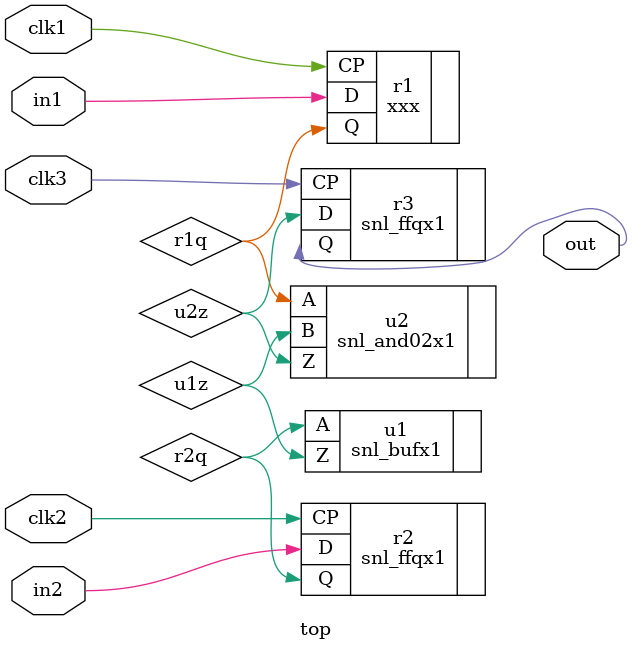
<source format=v>

module top (in1, in2, clk1, clk2, clk3, out);
  input in1, in2, clk1, clk2, clk3;
  output out;
  wire r1q, r2q, u1z, u2z;

  xxx r1 (.D(in1), .CP(clk1), .Q(r1q));
  snl_ffqx1 r2 (.D(in2), .CP(clk2), .Q(r2q));
  snl_bufx1 u1 (.A(r2q), .Z(u1z));
  snl_and02x1 u2 (.A(r1q), .B(u1z), .Z(u2z));
  snl_ffqx1 r3 (.D(u2z), .CP(clk3), .Q(out));
endmodule // top

</source>
